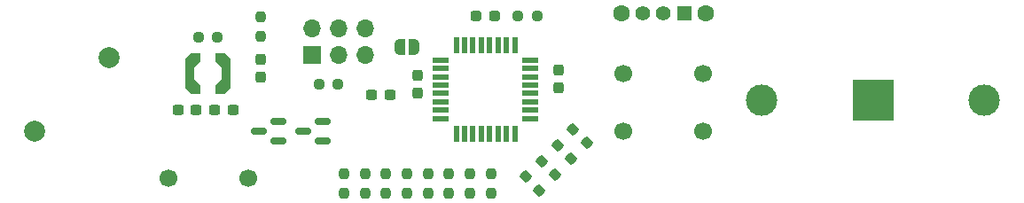
<source format=gbr>
%TF.GenerationSoftware,KiCad,Pcbnew,8.0.5*%
%TF.CreationDate,2024-12-02T23:37:23+00:00*%
%TF.ProjectId,piano-board,7069616e-6f2d-4626-9f61-72642e6b6963,rev?*%
%TF.SameCoordinates,Original*%
%TF.FileFunction,Soldermask,Top*%
%TF.FilePolarity,Negative*%
%FSLAX46Y46*%
G04 Gerber Fmt 4.6, Leading zero omitted, Abs format (unit mm)*
G04 Created by KiCad (PCBNEW 8.0.5) date 2024-12-02 23:37:23*
%MOMM*%
%LPD*%
G01*
G04 APERTURE LIST*
G04 Aperture macros list*
%AMRoundRect*
0 Rectangle with rounded corners*
0 $1 Rounding radius*
0 $2 $3 $4 $5 $6 $7 $8 $9 X,Y pos of 4 corners*
0 Add a 4 corners polygon primitive as box body*
4,1,4,$2,$3,$4,$5,$6,$7,$8,$9,$2,$3,0*
0 Add four circle primitives for the rounded corners*
1,1,$1+$1,$2,$3*
1,1,$1+$1,$4,$5*
1,1,$1+$1,$6,$7*
1,1,$1+$1,$8,$9*
0 Add four rect primitives between the rounded corners*
20,1,$1+$1,$2,$3,$4,$5,0*
20,1,$1+$1,$4,$5,$6,$7,0*
20,1,$1+$1,$6,$7,$8,$9,0*
20,1,$1+$1,$8,$9,$2,$3,0*%
%AMFreePoly0*
4,1,19,0.500000,-0.750000,0.000000,-0.750000,0.000000,-0.744911,-0.071157,-0.744911,-0.207708,-0.704816,-0.327430,-0.627875,-0.420627,-0.520320,-0.479746,-0.390866,-0.500000,-0.250000,-0.500000,0.250000,-0.479746,0.390866,-0.420627,0.520320,-0.327430,0.627875,-0.207708,0.704816,-0.071157,0.744911,0.000000,0.744911,0.000000,0.750000,0.500000,0.750000,0.500000,-0.750000,0.500000,-0.750000,
$1*%
%AMFreePoly1*
4,1,19,0.000000,0.744911,0.071157,0.744911,0.207708,0.704816,0.327430,0.627875,0.420627,0.520320,0.479746,0.390866,0.500000,0.250000,0.500000,-0.250000,0.479746,-0.390866,0.420627,-0.520320,0.327430,-0.627875,0.207708,-0.704816,0.071157,-0.744911,0.000000,-0.744911,0.000000,-0.750000,-0.500000,-0.750000,-0.500000,0.750000,0.000000,0.750000,0.000000,0.744911,0.000000,0.744911,
$1*%
%AMFreePoly2*
4,1,11,1.015000,1.170000,0.435000,0.575000,0.435000,-0.575000,1.015000,-1.170000,1.015000,-1.945000,0.125000,-1.945000,-0.435000,-1.395000,-0.435000,1.395000,0.125000,1.945000,1.015000,1.945000,1.015000,1.170000,1.015000,1.170000,$1*%
%AMFreePoly3*
4,1,11,0.435000,1.395000,0.435000,-1.395000,-0.125000,-1.945000,-1.015000,-1.945000,-1.015000,-1.170000,-0.435000,-0.575000,-0.435000,0.575000,-1.015000,1.170000,-1.015000,1.945000,-0.125000,1.945000,0.435000,1.395000,0.435000,1.395000,$1*%
G04 Aperture macros list end*
%ADD10RoundRect,0.237500X-0.237500X0.250000X-0.237500X-0.250000X0.237500X-0.250000X0.237500X0.250000X0*%
%ADD11FreePoly0,0.000000*%
%ADD12FreePoly1,0.000000*%
%ADD13C,2.000000*%
%ADD14RoundRect,0.237500X0.287500X0.237500X-0.287500X0.237500X-0.287500X-0.237500X0.287500X-0.237500X0*%
%ADD15FreePoly2,180.000000*%
%ADD16FreePoly3,180.000000*%
%ADD17RoundRect,0.237500X-0.344715X0.008839X0.008839X-0.344715X0.344715X-0.008839X-0.008839X0.344715X0*%
%ADD18RoundRect,0.237500X0.250000X0.237500X-0.250000X0.237500X-0.250000X-0.237500X0.250000X-0.237500X0*%
%ADD19RoundRect,0.237500X-0.300000X-0.237500X0.300000X-0.237500X0.300000X0.237500X-0.300000X0.237500X0*%
%ADD20RoundRect,0.237500X-0.237500X0.300000X-0.237500X-0.300000X0.237500X-0.300000X0.237500X0.300000X0*%
%ADD21C,1.700000*%
%ADD22R,1.600000X0.550000*%
%ADD23R,0.550000X1.600000*%
%ADD24C,1.600000*%
%ADD25R,1.400000X1.400000*%
%ADD26C,1.400000*%
%ADD27RoundRect,0.150000X0.587500X0.150000X-0.587500X0.150000X-0.587500X-0.150000X0.587500X-0.150000X0*%
%ADD28RoundRect,0.237500X0.300000X0.237500X-0.300000X0.237500X-0.300000X-0.237500X0.300000X-0.237500X0*%
%ADD29RoundRect,0.237500X0.237500X-0.300000X0.237500X0.300000X-0.237500X0.300000X-0.237500X-0.300000X0*%
%ADD30RoundRect,0.237500X-0.250000X-0.237500X0.250000X-0.237500X0.250000X0.237500X-0.250000X0.237500X0*%
%ADD31C,3.000000*%
%ADD32R,4.000000X4.000000*%
%ADD33R,1.700000X1.700000*%
%ADD34O,1.700000X1.700000*%
G04 APERTURE END LIST*
D10*
%TO.C,R6*%
X196500000Y-58087500D03*
X196500000Y-59912500D03*
%TD*%
D11*
%TO.C,JP1*%
X191850001Y-46000000D03*
D12*
X193149999Y-46000000D03*
%TD*%
D13*
%TO.C,LS1*%
X164035534Y-46964466D03*
X156964466Y-54035534D03*
%TD*%
D10*
%TO.C,R8*%
X200500000Y-58087500D03*
X200500000Y-59912500D03*
%TD*%
D14*
%TO.C,D1*%
X200874999Y-43000000D03*
X199125001Y-43000000D03*
%TD*%
D15*
%TO.C,L1*%
X175265000Y-48500000D03*
D16*
X171735000Y-48500000D03*
%TD*%
D17*
%TO.C,R12*%
X208354765Y-53854765D03*
X209645235Y-55145235D03*
%TD*%
D10*
%TO.C,R4*%
X192500000Y-58087500D03*
X192500000Y-59912500D03*
%TD*%
D18*
%TO.C,R15*%
X174412500Y-45000000D03*
X172587500Y-45000000D03*
%TD*%
D19*
%TO.C,C5*%
X170637499Y-52000000D03*
X172362501Y-52000000D03*
%TD*%
D10*
%TO.C,R5*%
X194500000Y-58087500D03*
X194500000Y-59912500D03*
%TD*%
D20*
%TO.C,C2*%
X178500000Y-47137498D03*
X178500000Y-48862500D03*
%TD*%
D21*
%TO.C,SW2*%
X213190000Y-48500000D03*
X220810000Y-48500000D03*
%TD*%
D22*
%TO.C,U1*%
X204250000Y-52800000D03*
X204250000Y-52000000D03*
X204250000Y-51200000D03*
X204250000Y-50400000D03*
X204250000Y-49600000D03*
X204250000Y-48800000D03*
X204250000Y-48000000D03*
X204250000Y-47200000D03*
D23*
X202800000Y-45750000D03*
X202000000Y-45750000D03*
X201200000Y-45750000D03*
X200400000Y-45750000D03*
X199600000Y-45750000D03*
X198800000Y-45750000D03*
X198000000Y-45750000D03*
X197200000Y-45750000D03*
D22*
X195750000Y-47200000D03*
X195750000Y-48000000D03*
X195750000Y-48800000D03*
X195750000Y-49600000D03*
X195750000Y-50400000D03*
X195750000Y-51200000D03*
X195750000Y-52000000D03*
X195750000Y-52800000D03*
D23*
X197200000Y-54250000D03*
X198000000Y-54250000D03*
X198800000Y-54250000D03*
X199600000Y-54250000D03*
X200400000Y-54250000D03*
X201200000Y-54250000D03*
X202000000Y-54250000D03*
X202800000Y-54250000D03*
%TD*%
D24*
%TO.C,SW1*%
X221000000Y-42750000D03*
X213000000Y-42750000D03*
D25*
X219000000Y-42750000D03*
D26*
X217000000Y-42750000D03*
X215000000Y-42750000D03*
%TD*%
D20*
%TO.C,C4*%
X193500000Y-48637499D03*
X193500000Y-50362501D03*
%TD*%
D27*
%TO.C,Q1*%
X180194858Y-54950000D03*
X180194858Y-53050000D03*
X178319857Y-54000000D03*
%TD*%
D21*
%TO.C,SW3*%
X213190000Y-54000000D03*
X220810000Y-54000000D03*
%TD*%
D28*
%TO.C,C6*%
X175862501Y-52000000D03*
X174137499Y-52000000D03*
%TD*%
D10*
%TO.C,R7*%
X198500000Y-58087500D03*
X198500000Y-59912500D03*
%TD*%
%TO.C,R2*%
X188500000Y-58087500D03*
X188500000Y-59912500D03*
%TD*%
%TO.C,R3*%
X190500000Y-58087500D03*
X190500000Y-59912500D03*
%TD*%
D29*
%TO.C,C3*%
X207000000Y-49862501D03*
X207000000Y-48137499D03*
%TD*%
D10*
%TO.C,FB1*%
X178500000Y-43087500D03*
X178500000Y-44912500D03*
%TD*%
D30*
%TO.C,R13*%
X184087500Y-49500000D03*
X185912500Y-49500000D03*
%TD*%
D10*
%TO.C,R1*%
X186500000Y-58087500D03*
X186500000Y-59912500D03*
%TD*%
D28*
%TO.C,C1*%
X190862501Y-50500000D03*
X189137499Y-50500000D03*
%TD*%
D17*
%TO.C,R9*%
X203854765Y-58354765D03*
X205145235Y-59645235D03*
%TD*%
D31*
%TO.C,BT1*%
X226400000Y-51000000D03*
X247600000Y-51000000D03*
D32*
X237000000Y-51000000D03*
%TD*%
D33*
%TO.C,J1*%
X183475000Y-46700000D03*
D34*
X183475000Y-44160000D03*
X186015000Y-46700000D03*
X186015000Y-44160000D03*
X188555000Y-46700000D03*
X188555000Y-44160000D03*
%TD*%
D27*
%TO.C,Q2*%
X184437500Y-54950000D03*
X184437500Y-53050000D03*
X182562499Y-54000000D03*
%TD*%
D30*
%TO.C,R14*%
X203087500Y-43000000D03*
X204912500Y-43000000D03*
%TD*%
D17*
%TO.C,R10*%
X205354765Y-56854765D03*
X206645235Y-58145235D03*
%TD*%
D21*
%TO.C,SW4*%
X177310000Y-58500000D03*
X169690000Y-58500000D03*
%TD*%
D17*
%TO.C,R11*%
X206854765Y-55354765D03*
X208145235Y-56645235D03*
%TD*%
M02*

</source>
